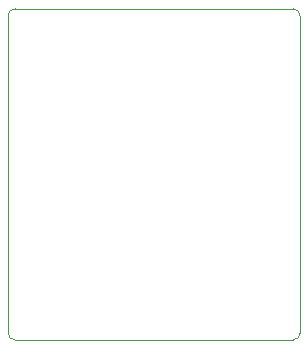
<source format=gbr>
%TF.GenerationSoftware,KiCad,Pcbnew,(6.0.5)*%
%TF.CreationDate,2022-12-09T20:35:02-05:00*%
%TF.ProjectId,Dev_Board_Adapter,4465765f-426f-4617-9264-5f4164617074,rev?*%
%TF.SameCoordinates,Original*%
%TF.FileFunction,Profile,NP*%
%FSLAX46Y46*%
G04 Gerber Fmt 4.6, Leading zero omitted, Abs format (unit mm)*
G04 Created by KiCad (PCBNEW (6.0.5)) date 2022-12-09 20:35:02*
%MOMM*%
%LPD*%
G01*
G04 APERTURE LIST*
%TA.AperFunction,Profile*%
%ADD10C,0.100000*%
%TD*%
G04 APERTURE END LIST*
D10*
X112262434Y-97177677D02*
X112262434Y-70358006D01*
X136382633Y-97803375D02*
X112874434Y-97803375D01*
X112879681Y-69746006D02*
X136390823Y-69746006D01*
X112879681Y-69746011D02*
G75*
G03*
X112262434Y-70358006I19J-617289D01*
G01*
X137002823Y-70356194D02*
X137002823Y-97191375D01*
X137002797Y-70356194D02*
G75*
G03*
X136390823Y-69746006I-610197J-6D01*
G01*
X136382633Y-97803378D02*
G75*
G03*
X137002823Y-97191375I-33J620278D01*
G01*
X112262471Y-97177677D02*
G75*
G03*
X112874434Y-97803375I625829J-23D01*
G01*
M02*

</source>
